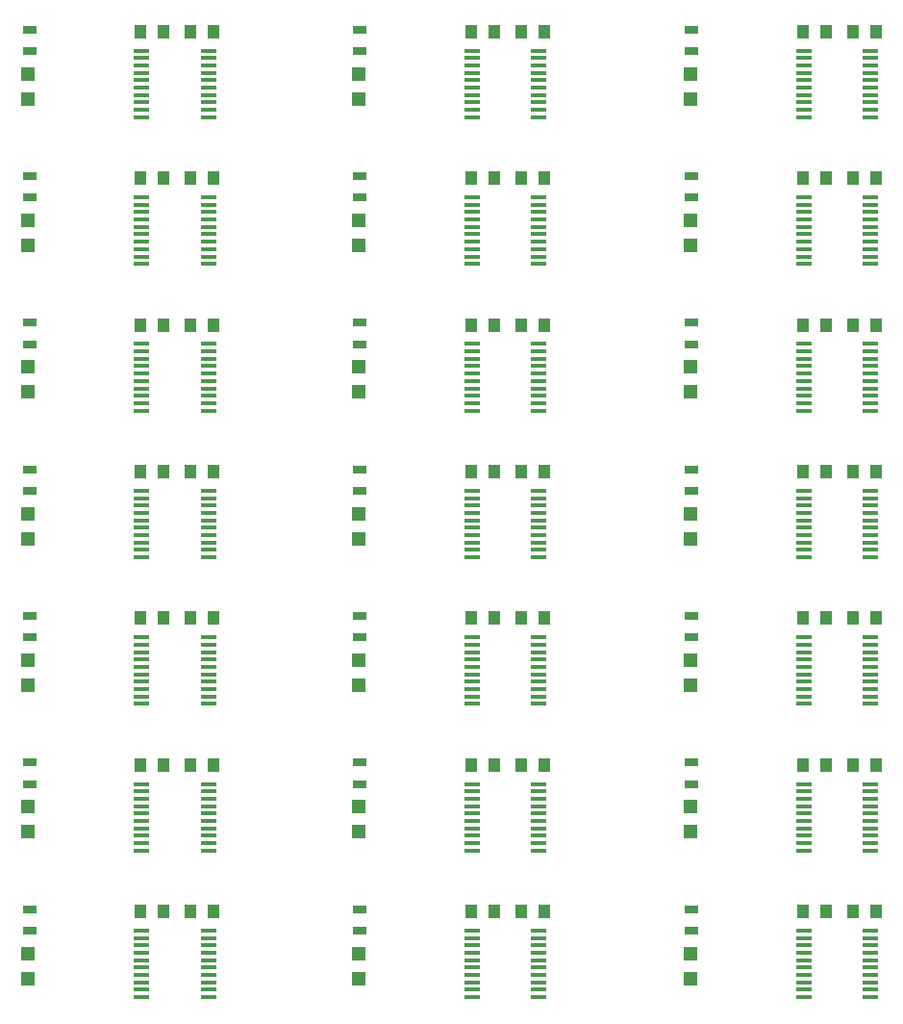
<source format=gbr>
G04 #@! TF.GenerationSoftware,KiCad,Pcbnew,5.0.1*
G04 #@! TF.CreationDate,2019-03-11T12:05:52-05:00*
G04 #@! TF.ProjectId,PlasticFrog,506C617374696346726F672E6B696361,rev?*
G04 #@! TF.SameCoordinates,Original*
G04 #@! TF.FileFunction,Paste,Top*
G04 #@! TF.FilePolarity,Positive*
%FSLAX46Y46*%
G04 Gerber Fmt 4.6, Leading zero omitted, Abs format (unit mm)*
G04 Created by KiCad (PCBNEW 5.0.1) date Mon 11 Mar 2019 12:05:52 PM CDT*
%MOMM*%
%LPD*%
G01*
G04 APERTURE LIST*
%ADD10R,1.200000X1.200000*%
%ADD11R,1.000000X1.250000*%
%ADD12R,1.450000X0.450000*%
%ADD13R,1.300000X0.700000*%
G04 APERTURE END LIST*
D10*
G04 #@! TO.C,D1*
X187800000Y-116200000D03*
X187800000Y-118400000D03*
G04 #@! TD*
D11*
G04 #@! TO.C,C1*
X204100000Y-112500000D03*
X202100000Y-112500000D03*
G04 #@! TD*
D12*
G04 #@! TO.C,U1*
X203650000Y-62575000D03*
X203650000Y-63225000D03*
X203650000Y-63875000D03*
X203650000Y-64525000D03*
X203650000Y-65175000D03*
X203650000Y-65825000D03*
X203650000Y-66475000D03*
X203650000Y-67125000D03*
X203650000Y-67775000D03*
X203650000Y-68425000D03*
X197750000Y-68425000D03*
X197750000Y-67775000D03*
X197750000Y-67125000D03*
X197750000Y-66475000D03*
X197750000Y-65825000D03*
X197750000Y-65175000D03*
X197750000Y-64525000D03*
X197750000Y-63875000D03*
X197750000Y-63225000D03*
X197750000Y-62575000D03*
G04 #@! TD*
D11*
G04 #@! TO.C,C2*
X199700000Y-86700000D03*
X197700000Y-86700000D03*
G04 #@! TD*
D13*
G04 #@! TO.C,R1*
X187900000Y-138100000D03*
X187900000Y-140000000D03*
G04 #@! TD*
D11*
G04 #@! TO.C,C2*
X197700000Y-99600000D03*
X199700000Y-99600000D03*
G04 #@! TD*
G04 #@! TO.C,C1*
X202100000Y-125400000D03*
X204100000Y-125400000D03*
G04 #@! TD*
G04 #@! TO.C,C2*
X199700000Y-112500000D03*
X197700000Y-112500000D03*
G04 #@! TD*
G04 #@! TO.C,C2*
X197700000Y-60900000D03*
X199700000Y-60900000D03*
G04 #@! TD*
D13*
G04 #@! TO.C,R1*
X187900000Y-127100000D03*
X187900000Y-125200000D03*
G04 #@! TD*
D11*
G04 #@! TO.C,C2*
X197700000Y-73800000D03*
X199700000Y-73800000D03*
G04 #@! TD*
D10*
G04 #@! TO.C,D1*
X187800000Y-131300000D03*
X187800000Y-129100000D03*
G04 #@! TD*
G04 #@! TO.C,D1*
X187800000Y-90400000D03*
X187800000Y-92600000D03*
G04 #@! TD*
D12*
G04 #@! TO.C,U1*
X197750000Y-114175000D03*
X197750000Y-114825000D03*
X197750000Y-115475000D03*
X197750000Y-116125000D03*
X197750000Y-116775000D03*
X197750000Y-117425000D03*
X197750000Y-118075000D03*
X197750000Y-118725000D03*
X197750000Y-119375000D03*
X197750000Y-120025000D03*
X203650000Y-120025000D03*
X203650000Y-119375000D03*
X203650000Y-118725000D03*
X203650000Y-118075000D03*
X203650000Y-117425000D03*
X203650000Y-116775000D03*
X203650000Y-116125000D03*
X203650000Y-115475000D03*
X203650000Y-114825000D03*
X203650000Y-114175000D03*
G04 #@! TD*
D10*
G04 #@! TO.C,D1*
X187800000Y-142000000D03*
X187800000Y-144200000D03*
G04 #@! TD*
D12*
G04 #@! TO.C,U1*
X197750000Y-139975000D03*
X197750000Y-140625000D03*
X197750000Y-141275000D03*
X197750000Y-141925000D03*
X197750000Y-142575000D03*
X197750000Y-143225000D03*
X197750000Y-143875000D03*
X197750000Y-144525000D03*
X197750000Y-145175000D03*
X197750000Y-145825000D03*
X203650000Y-145825000D03*
X203650000Y-145175000D03*
X203650000Y-144525000D03*
X203650000Y-143875000D03*
X203650000Y-143225000D03*
X203650000Y-142575000D03*
X203650000Y-141925000D03*
X203650000Y-141275000D03*
X203650000Y-140625000D03*
X203650000Y-139975000D03*
G04 #@! TD*
D10*
G04 #@! TO.C,D1*
X187800000Y-105500000D03*
X187800000Y-103300000D03*
G04 #@! TD*
G04 #@! TO.C,D1*
X187800000Y-79700000D03*
X187800000Y-77500000D03*
G04 #@! TD*
D13*
G04 #@! TO.C,R1*
X187900000Y-101300000D03*
X187900000Y-99400000D03*
G04 #@! TD*
D11*
G04 #@! TO.C,C2*
X199700000Y-138300000D03*
X197700000Y-138300000D03*
G04 #@! TD*
D12*
G04 #@! TO.C,U1*
X197750000Y-88375000D03*
X197750000Y-89025000D03*
X197750000Y-89675000D03*
X197750000Y-90325000D03*
X197750000Y-90975000D03*
X197750000Y-91625000D03*
X197750000Y-92275000D03*
X197750000Y-92925000D03*
X197750000Y-93575000D03*
X197750000Y-94225000D03*
X203650000Y-94225000D03*
X203650000Y-93575000D03*
X203650000Y-92925000D03*
X203650000Y-92275000D03*
X203650000Y-91625000D03*
X203650000Y-90975000D03*
X203650000Y-90325000D03*
X203650000Y-89675000D03*
X203650000Y-89025000D03*
X203650000Y-88375000D03*
G04 #@! TD*
D13*
G04 #@! TO.C,R1*
X187900000Y-86500000D03*
X187900000Y-88400000D03*
G04 #@! TD*
D11*
G04 #@! TO.C,C1*
X202100000Y-99600000D03*
X204100000Y-99600000D03*
G04 #@! TD*
D12*
G04 #@! TO.C,U1*
X203650000Y-127075000D03*
X203650000Y-127725000D03*
X203650000Y-128375000D03*
X203650000Y-129025000D03*
X203650000Y-129675000D03*
X203650000Y-130325000D03*
X203650000Y-130975000D03*
X203650000Y-131625000D03*
X203650000Y-132275000D03*
X203650000Y-132925000D03*
X197750000Y-132925000D03*
X197750000Y-132275000D03*
X197750000Y-131625000D03*
X197750000Y-130975000D03*
X197750000Y-130325000D03*
X197750000Y-129675000D03*
X197750000Y-129025000D03*
X197750000Y-128375000D03*
X197750000Y-127725000D03*
X197750000Y-127075000D03*
G04 #@! TD*
G04 #@! TO.C,U1*
X203650000Y-75475000D03*
X203650000Y-76125000D03*
X203650000Y-76775000D03*
X203650000Y-77425000D03*
X203650000Y-78075000D03*
X203650000Y-78725000D03*
X203650000Y-79375000D03*
X203650000Y-80025000D03*
X203650000Y-80675000D03*
X203650000Y-81325000D03*
X197750000Y-81325000D03*
X197750000Y-80675000D03*
X197750000Y-80025000D03*
X197750000Y-79375000D03*
X197750000Y-78725000D03*
X197750000Y-78075000D03*
X197750000Y-77425000D03*
X197750000Y-76775000D03*
X197750000Y-76125000D03*
X197750000Y-75475000D03*
G04 #@! TD*
D13*
G04 #@! TO.C,R1*
X187900000Y-62600000D03*
X187900000Y-60700000D03*
G04 #@! TD*
G04 #@! TO.C,R1*
X187900000Y-75500000D03*
X187900000Y-73600000D03*
G04 #@! TD*
D12*
G04 #@! TO.C,U1*
X203650000Y-101275000D03*
X203650000Y-101925000D03*
X203650000Y-102575000D03*
X203650000Y-103225000D03*
X203650000Y-103875000D03*
X203650000Y-104525000D03*
X203650000Y-105175000D03*
X203650000Y-105825000D03*
X203650000Y-106475000D03*
X203650000Y-107125000D03*
X197750000Y-107125000D03*
X197750000Y-106475000D03*
X197750000Y-105825000D03*
X197750000Y-105175000D03*
X197750000Y-104525000D03*
X197750000Y-103875000D03*
X197750000Y-103225000D03*
X197750000Y-102575000D03*
X197750000Y-101925000D03*
X197750000Y-101275000D03*
G04 #@! TD*
D11*
G04 #@! TO.C,C1*
X204100000Y-86700000D03*
X202100000Y-86700000D03*
G04 #@! TD*
D13*
G04 #@! TO.C,R1*
X187900000Y-112300000D03*
X187900000Y-114200000D03*
G04 #@! TD*
D10*
G04 #@! TO.C,D1*
X187800000Y-66800000D03*
X187800000Y-64600000D03*
G04 #@! TD*
D11*
G04 #@! TO.C,C1*
X202100000Y-73800000D03*
X204100000Y-73800000D03*
G04 #@! TD*
G04 #@! TO.C,C1*
X202100000Y-60900000D03*
X204100000Y-60900000D03*
G04 #@! TD*
G04 #@! TO.C,C2*
X197700000Y-125400000D03*
X199700000Y-125400000D03*
G04 #@! TD*
G04 #@! TO.C,C1*
X204100000Y-138300000D03*
X202100000Y-138300000D03*
G04 #@! TD*
G04 #@! TO.C,C1*
X172900000Y-138300000D03*
X174900000Y-138300000D03*
G04 #@! TD*
D12*
G04 #@! TO.C,U1*
X174450000Y-139975000D03*
X174450000Y-140625000D03*
X174450000Y-141275000D03*
X174450000Y-141925000D03*
X174450000Y-142575000D03*
X174450000Y-143225000D03*
X174450000Y-143875000D03*
X174450000Y-144525000D03*
X174450000Y-145175000D03*
X174450000Y-145825000D03*
X168550000Y-145825000D03*
X168550000Y-145175000D03*
X168550000Y-144525000D03*
X168550000Y-143875000D03*
X168550000Y-143225000D03*
X168550000Y-142575000D03*
X168550000Y-141925000D03*
X168550000Y-141275000D03*
X168550000Y-140625000D03*
X168550000Y-139975000D03*
G04 #@! TD*
D10*
G04 #@! TO.C,D1*
X158600000Y-118400000D03*
X158600000Y-116200000D03*
G04 #@! TD*
D12*
G04 #@! TO.C,U1*
X174450000Y-88375000D03*
X174450000Y-89025000D03*
X174450000Y-89675000D03*
X174450000Y-90325000D03*
X174450000Y-90975000D03*
X174450000Y-91625000D03*
X174450000Y-92275000D03*
X174450000Y-92925000D03*
X174450000Y-93575000D03*
X174450000Y-94225000D03*
X168550000Y-94225000D03*
X168550000Y-93575000D03*
X168550000Y-92925000D03*
X168550000Y-92275000D03*
X168550000Y-91625000D03*
X168550000Y-90975000D03*
X168550000Y-90325000D03*
X168550000Y-89675000D03*
X168550000Y-89025000D03*
X168550000Y-88375000D03*
G04 #@! TD*
D10*
G04 #@! TO.C,D1*
X158600000Y-144200000D03*
X158600000Y-142000000D03*
G04 #@! TD*
D11*
G04 #@! TO.C,C2*
X168500000Y-138300000D03*
X170500000Y-138300000D03*
G04 #@! TD*
D12*
G04 #@! TO.C,U1*
X168550000Y-101275000D03*
X168550000Y-101925000D03*
X168550000Y-102575000D03*
X168550000Y-103225000D03*
X168550000Y-103875000D03*
X168550000Y-104525000D03*
X168550000Y-105175000D03*
X168550000Y-105825000D03*
X168550000Y-106475000D03*
X168550000Y-107125000D03*
X174450000Y-107125000D03*
X174450000Y-106475000D03*
X174450000Y-105825000D03*
X174450000Y-105175000D03*
X174450000Y-104525000D03*
X174450000Y-103875000D03*
X174450000Y-103225000D03*
X174450000Y-102575000D03*
X174450000Y-101925000D03*
X174450000Y-101275000D03*
G04 #@! TD*
D11*
G04 #@! TO.C,C2*
X170500000Y-60900000D03*
X168500000Y-60900000D03*
G04 #@! TD*
D13*
G04 #@! TO.C,R1*
X158700000Y-140000000D03*
X158700000Y-138100000D03*
G04 #@! TD*
D10*
G04 #@! TO.C,D1*
X158600000Y-103300000D03*
X158600000Y-105500000D03*
G04 #@! TD*
D11*
G04 #@! TO.C,C1*
X174900000Y-60900000D03*
X172900000Y-60900000D03*
G04 #@! TD*
G04 #@! TO.C,C2*
X168500000Y-112500000D03*
X170500000Y-112500000D03*
G04 #@! TD*
G04 #@! TO.C,C2*
X170500000Y-73800000D03*
X168500000Y-73800000D03*
G04 #@! TD*
D10*
G04 #@! TO.C,D1*
X158600000Y-92600000D03*
X158600000Y-90400000D03*
G04 #@! TD*
D11*
G04 #@! TO.C,C1*
X174900000Y-125400000D03*
X172900000Y-125400000D03*
G04 #@! TD*
G04 #@! TO.C,C1*
X172900000Y-112500000D03*
X174900000Y-112500000D03*
G04 #@! TD*
G04 #@! TO.C,C2*
X170500000Y-125400000D03*
X168500000Y-125400000D03*
G04 #@! TD*
D12*
G04 #@! TO.C,U1*
X168550000Y-75475000D03*
X168550000Y-76125000D03*
X168550000Y-76775000D03*
X168550000Y-77425000D03*
X168550000Y-78075000D03*
X168550000Y-78725000D03*
X168550000Y-79375000D03*
X168550000Y-80025000D03*
X168550000Y-80675000D03*
X168550000Y-81325000D03*
X174450000Y-81325000D03*
X174450000Y-80675000D03*
X174450000Y-80025000D03*
X174450000Y-79375000D03*
X174450000Y-78725000D03*
X174450000Y-78075000D03*
X174450000Y-77425000D03*
X174450000Y-76775000D03*
X174450000Y-76125000D03*
X174450000Y-75475000D03*
G04 #@! TD*
D10*
G04 #@! TO.C,D1*
X158600000Y-64600000D03*
X158600000Y-66800000D03*
G04 #@! TD*
D13*
G04 #@! TO.C,R1*
X158700000Y-88400000D03*
X158700000Y-86500000D03*
G04 #@! TD*
D12*
G04 #@! TO.C,U1*
X168550000Y-62575000D03*
X168550000Y-63225000D03*
X168550000Y-63875000D03*
X168550000Y-64525000D03*
X168550000Y-65175000D03*
X168550000Y-65825000D03*
X168550000Y-66475000D03*
X168550000Y-67125000D03*
X168550000Y-67775000D03*
X168550000Y-68425000D03*
X174450000Y-68425000D03*
X174450000Y-67775000D03*
X174450000Y-67125000D03*
X174450000Y-66475000D03*
X174450000Y-65825000D03*
X174450000Y-65175000D03*
X174450000Y-64525000D03*
X174450000Y-63875000D03*
X174450000Y-63225000D03*
X174450000Y-62575000D03*
G04 #@! TD*
G04 #@! TO.C,U1*
X174450000Y-114175000D03*
X174450000Y-114825000D03*
X174450000Y-115475000D03*
X174450000Y-116125000D03*
X174450000Y-116775000D03*
X174450000Y-117425000D03*
X174450000Y-118075000D03*
X174450000Y-118725000D03*
X174450000Y-119375000D03*
X174450000Y-120025000D03*
X168550000Y-120025000D03*
X168550000Y-119375000D03*
X168550000Y-118725000D03*
X168550000Y-118075000D03*
X168550000Y-117425000D03*
X168550000Y-116775000D03*
X168550000Y-116125000D03*
X168550000Y-115475000D03*
X168550000Y-114825000D03*
X168550000Y-114175000D03*
G04 #@! TD*
D13*
G04 #@! TO.C,R1*
X158700000Y-73600000D03*
X158700000Y-75500000D03*
G04 #@! TD*
D11*
G04 #@! TO.C,C1*
X172900000Y-86700000D03*
X174900000Y-86700000D03*
G04 #@! TD*
G04 #@! TO.C,C1*
X174900000Y-73800000D03*
X172900000Y-73800000D03*
G04 #@! TD*
D10*
G04 #@! TO.C,D1*
X158600000Y-77500000D03*
X158600000Y-79700000D03*
G04 #@! TD*
D13*
G04 #@! TO.C,R1*
X158700000Y-60700000D03*
X158700000Y-62600000D03*
G04 #@! TD*
G04 #@! TO.C,R1*
X158700000Y-114200000D03*
X158700000Y-112300000D03*
G04 #@! TD*
G04 #@! TO.C,R1*
X158700000Y-125200000D03*
X158700000Y-127100000D03*
G04 #@! TD*
G04 #@! TO.C,R1*
X158700000Y-99400000D03*
X158700000Y-101300000D03*
G04 #@! TD*
D11*
G04 #@! TO.C,C1*
X174900000Y-99600000D03*
X172900000Y-99600000D03*
G04 #@! TD*
D10*
G04 #@! TO.C,D1*
X158600000Y-129100000D03*
X158600000Y-131300000D03*
G04 #@! TD*
D12*
G04 #@! TO.C,U1*
X168550000Y-127075000D03*
X168550000Y-127725000D03*
X168550000Y-128375000D03*
X168550000Y-129025000D03*
X168550000Y-129675000D03*
X168550000Y-130325000D03*
X168550000Y-130975000D03*
X168550000Y-131625000D03*
X168550000Y-132275000D03*
X168550000Y-132925000D03*
X174450000Y-132925000D03*
X174450000Y-132275000D03*
X174450000Y-131625000D03*
X174450000Y-130975000D03*
X174450000Y-130325000D03*
X174450000Y-129675000D03*
X174450000Y-129025000D03*
X174450000Y-128375000D03*
X174450000Y-127725000D03*
X174450000Y-127075000D03*
G04 #@! TD*
D11*
G04 #@! TO.C,C2*
X170500000Y-99600000D03*
X168500000Y-99600000D03*
G04 #@! TD*
G04 #@! TO.C,C2*
X168500000Y-86700000D03*
X170500000Y-86700000D03*
G04 #@! TD*
G04 #@! TO.C,C1*
X143800000Y-99600000D03*
X145800000Y-99600000D03*
G04 #@! TD*
D12*
G04 #@! TO.C,U1*
X145350000Y-101275000D03*
X145350000Y-101925000D03*
X145350000Y-102575000D03*
X145350000Y-103225000D03*
X145350000Y-103875000D03*
X145350000Y-104525000D03*
X145350000Y-105175000D03*
X145350000Y-105825000D03*
X145350000Y-106475000D03*
X145350000Y-107125000D03*
X139450000Y-107125000D03*
X139450000Y-106475000D03*
X139450000Y-105825000D03*
X139450000Y-105175000D03*
X139450000Y-104525000D03*
X139450000Y-103875000D03*
X139450000Y-103225000D03*
X139450000Y-102575000D03*
X139450000Y-101925000D03*
X139450000Y-101275000D03*
G04 #@! TD*
D10*
G04 #@! TO.C,D1*
X129500000Y-79700000D03*
X129500000Y-77500000D03*
G04 #@! TD*
G04 #@! TO.C,D1*
X129500000Y-105500000D03*
X129500000Y-103300000D03*
G04 #@! TD*
D11*
G04 #@! TO.C,C2*
X139400000Y-99600000D03*
X141400000Y-99600000D03*
G04 #@! TD*
D13*
G04 #@! TO.C,R1*
X129600000Y-101300000D03*
X129600000Y-99400000D03*
G04 #@! TD*
D11*
G04 #@! TO.C,C2*
X139400000Y-73800000D03*
X141400000Y-73800000D03*
G04 #@! TD*
G04 #@! TO.C,C1*
X145800000Y-86700000D03*
X143800000Y-86700000D03*
G04 #@! TD*
G04 #@! TO.C,C1*
X143800000Y-73800000D03*
X145800000Y-73800000D03*
G04 #@! TD*
G04 #@! TO.C,C2*
X141400000Y-86700000D03*
X139400000Y-86700000D03*
G04 #@! TD*
D12*
G04 #@! TO.C,U1*
X145350000Y-75475000D03*
X145350000Y-76125000D03*
X145350000Y-76775000D03*
X145350000Y-77425000D03*
X145350000Y-78075000D03*
X145350000Y-78725000D03*
X145350000Y-79375000D03*
X145350000Y-80025000D03*
X145350000Y-80675000D03*
X145350000Y-81325000D03*
X139450000Y-81325000D03*
X139450000Y-80675000D03*
X139450000Y-80025000D03*
X139450000Y-79375000D03*
X139450000Y-78725000D03*
X139450000Y-78075000D03*
X139450000Y-77425000D03*
X139450000Y-76775000D03*
X139450000Y-76125000D03*
X139450000Y-75475000D03*
G04 #@! TD*
D13*
G04 #@! TO.C,R1*
X129600000Y-75500000D03*
X129600000Y-73600000D03*
G04 #@! TD*
G04 #@! TO.C,R1*
X129600000Y-86500000D03*
X129600000Y-88400000D03*
G04 #@! TD*
D10*
G04 #@! TO.C,D1*
X129500000Y-90400000D03*
X129500000Y-92600000D03*
G04 #@! TD*
D12*
G04 #@! TO.C,U1*
X139450000Y-88375000D03*
X139450000Y-89025000D03*
X139450000Y-89675000D03*
X139450000Y-90325000D03*
X139450000Y-90975000D03*
X139450000Y-91625000D03*
X139450000Y-92275000D03*
X139450000Y-92925000D03*
X139450000Y-93575000D03*
X139450000Y-94225000D03*
X145350000Y-94225000D03*
X145350000Y-93575000D03*
X145350000Y-92925000D03*
X145350000Y-92275000D03*
X145350000Y-91625000D03*
X145350000Y-90975000D03*
X145350000Y-90325000D03*
X145350000Y-89675000D03*
X145350000Y-89025000D03*
X145350000Y-88375000D03*
G04 #@! TD*
D11*
G04 #@! TO.C,C1*
X143800000Y-60900000D03*
X145800000Y-60900000D03*
G04 #@! TD*
D12*
G04 #@! TO.C,U1*
X145350000Y-62575000D03*
X145350000Y-63225000D03*
X145350000Y-63875000D03*
X145350000Y-64525000D03*
X145350000Y-65175000D03*
X145350000Y-65825000D03*
X145350000Y-66475000D03*
X145350000Y-67125000D03*
X145350000Y-67775000D03*
X145350000Y-68425000D03*
X139450000Y-68425000D03*
X139450000Y-67775000D03*
X139450000Y-67125000D03*
X139450000Y-66475000D03*
X139450000Y-65825000D03*
X139450000Y-65175000D03*
X139450000Y-64525000D03*
X139450000Y-63875000D03*
X139450000Y-63225000D03*
X139450000Y-62575000D03*
G04 #@! TD*
D10*
G04 #@! TO.C,D1*
X129500000Y-66800000D03*
X129500000Y-64600000D03*
G04 #@! TD*
D11*
G04 #@! TO.C,C2*
X139400000Y-60900000D03*
X141400000Y-60900000D03*
G04 #@! TD*
D13*
G04 #@! TO.C,R1*
X129600000Y-62600000D03*
X129600000Y-60700000D03*
G04 #@! TD*
D11*
G04 #@! TO.C,C1*
X145800000Y-112500000D03*
X143800000Y-112500000D03*
G04 #@! TD*
G04 #@! TO.C,C2*
X141400000Y-112500000D03*
X139400000Y-112500000D03*
G04 #@! TD*
D13*
G04 #@! TO.C,R1*
X129600000Y-112300000D03*
X129600000Y-114200000D03*
G04 #@! TD*
D10*
G04 #@! TO.C,D1*
X129500000Y-116200000D03*
X129500000Y-118400000D03*
G04 #@! TD*
D12*
G04 #@! TO.C,U1*
X139450000Y-114175000D03*
X139450000Y-114825000D03*
X139450000Y-115475000D03*
X139450000Y-116125000D03*
X139450000Y-116775000D03*
X139450000Y-117425000D03*
X139450000Y-118075000D03*
X139450000Y-118725000D03*
X139450000Y-119375000D03*
X139450000Y-120025000D03*
X145350000Y-120025000D03*
X145350000Y-119375000D03*
X145350000Y-118725000D03*
X145350000Y-118075000D03*
X145350000Y-117425000D03*
X145350000Y-116775000D03*
X145350000Y-116125000D03*
X145350000Y-115475000D03*
X145350000Y-114825000D03*
X145350000Y-114175000D03*
G04 #@! TD*
D11*
G04 #@! TO.C,C1*
X143800000Y-125400000D03*
X145800000Y-125400000D03*
G04 #@! TD*
D12*
G04 #@! TO.C,U1*
X145350000Y-127075000D03*
X145350000Y-127725000D03*
X145350000Y-128375000D03*
X145350000Y-129025000D03*
X145350000Y-129675000D03*
X145350000Y-130325000D03*
X145350000Y-130975000D03*
X145350000Y-131625000D03*
X145350000Y-132275000D03*
X145350000Y-132925000D03*
X139450000Y-132925000D03*
X139450000Y-132275000D03*
X139450000Y-131625000D03*
X139450000Y-130975000D03*
X139450000Y-130325000D03*
X139450000Y-129675000D03*
X139450000Y-129025000D03*
X139450000Y-128375000D03*
X139450000Y-127725000D03*
X139450000Y-127075000D03*
G04 #@! TD*
D10*
G04 #@! TO.C,D1*
X129500000Y-131300000D03*
X129500000Y-129100000D03*
G04 #@! TD*
D11*
G04 #@! TO.C,C2*
X139400000Y-125400000D03*
X141400000Y-125400000D03*
G04 #@! TD*
D13*
G04 #@! TO.C,R1*
X129600000Y-127100000D03*
X129600000Y-125200000D03*
G04 #@! TD*
D11*
G04 #@! TO.C,C1*
X145800000Y-138300000D03*
X143800000Y-138300000D03*
G04 #@! TD*
G04 #@! TO.C,C2*
X141400000Y-138300000D03*
X139400000Y-138300000D03*
G04 #@! TD*
D10*
G04 #@! TO.C,D1*
X129500000Y-142000000D03*
X129500000Y-144200000D03*
G04 #@! TD*
D13*
G04 #@! TO.C,R1*
X129600000Y-138100000D03*
X129600000Y-140000000D03*
G04 #@! TD*
D12*
G04 #@! TO.C,U1*
X139450000Y-139975000D03*
X139450000Y-140625000D03*
X139450000Y-141275000D03*
X139450000Y-141925000D03*
X139450000Y-142575000D03*
X139450000Y-143225000D03*
X139450000Y-143875000D03*
X139450000Y-144525000D03*
X139450000Y-145175000D03*
X139450000Y-145825000D03*
X145350000Y-145825000D03*
X145350000Y-145175000D03*
X145350000Y-144525000D03*
X145350000Y-143875000D03*
X145350000Y-143225000D03*
X145350000Y-142575000D03*
X145350000Y-141925000D03*
X145350000Y-141275000D03*
X145350000Y-140625000D03*
X145350000Y-139975000D03*
G04 #@! TD*
M02*

</source>
